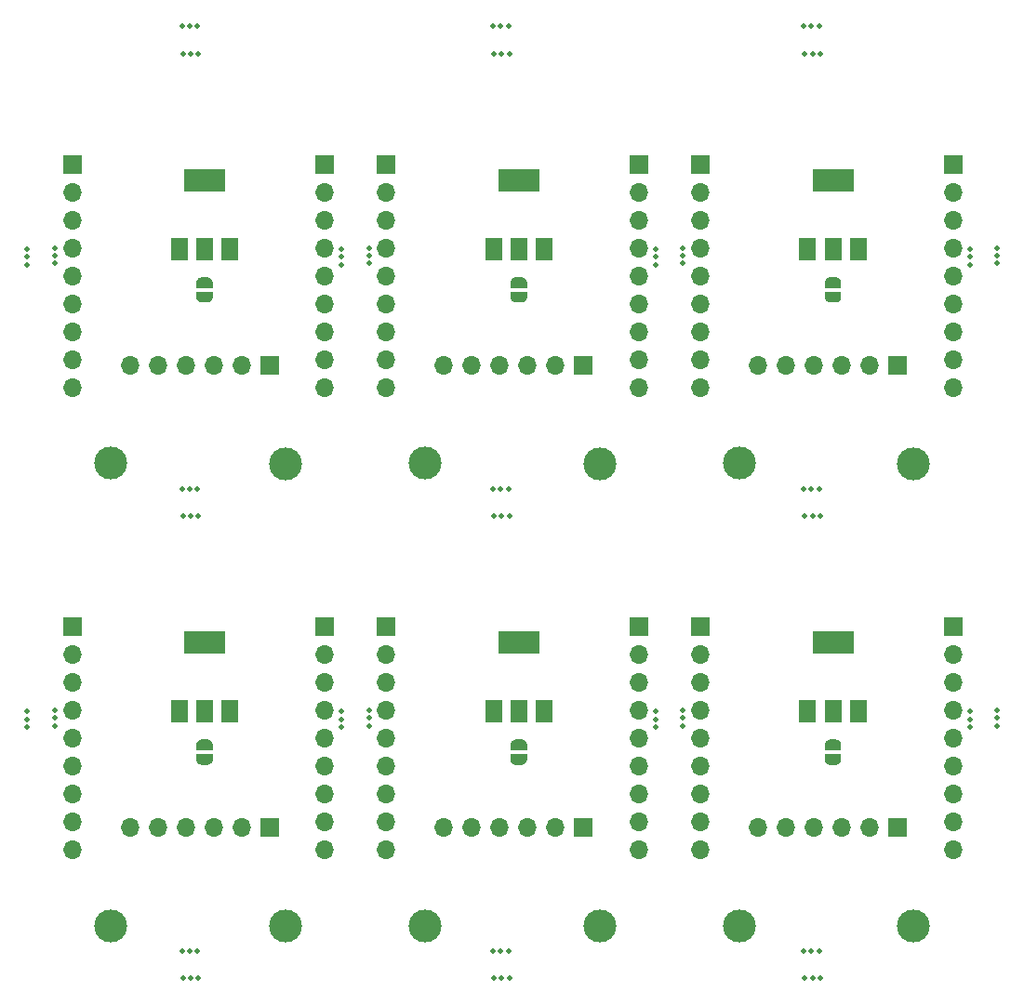
<source format=gbr>
%TF.GenerationSoftware,KiCad,Pcbnew,5.1.9-73d0e3b20d~88~ubuntu18.04.1*%
%TF.CreationDate,2021-11-28T02:45:39+02:00*%
%TF.ProjectId,ESP8266-Breakout-panel,45535038-3236-4362-9d42-7265616b6f75,rev?*%
%TF.SameCoordinates,Original*%
%TF.FileFunction,Soldermask,Bot*%
%TF.FilePolarity,Negative*%
%FSLAX46Y46*%
G04 Gerber Fmt 4.6, Leading zero omitted, Abs format (unit mm)*
G04 Created by KiCad (PCBNEW 5.1.9-73d0e3b20d~88~ubuntu18.04.1) date 2021-11-28 02:45:39*
%MOMM*%
%LPD*%
G01*
G04 APERTURE LIST*
%ADD10C,3.000000*%
%ADD11R,1.500000X2.000000*%
%ADD12R,3.800000X2.000000*%
%ADD13R,1.700000X1.700000*%
%ADD14O,1.700000X1.700000*%
%ADD15C,0.100000*%
%ADD16C,0.500000*%
G04 APERTURE END LIST*
D10*
%TO.C,TP102*%
X187800000Y-133750000D03*
%TD*%
%TO.C,TP102*%
X159200000Y-133750000D03*
%TD*%
%TO.C,TP102*%
X130600000Y-133750000D03*
%TD*%
%TO.C,TP102*%
X187800000Y-91650000D03*
%TD*%
%TO.C,TP102*%
X159200000Y-91650000D03*
%TD*%
D11*
%TO.C,U101*%
X182750000Y-114200000D03*
X178150000Y-114200000D03*
X180450000Y-114200000D03*
D12*
X180450000Y-107900000D03*
%TD*%
D11*
%TO.C,U101*%
X154150000Y-114200000D03*
X149550000Y-114200000D03*
X151850000Y-114200000D03*
D12*
X151850000Y-107900000D03*
%TD*%
D11*
%TO.C,U101*%
X125550000Y-114200000D03*
X120950000Y-114200000D03*
X123250000Y-114200000D03*
D12*
X123250000Y-107900000D03*
%TD*%
D11*
%TO.C,U101*%
X182750000Y-72100000D03*
X178150000Y-72100000D03*
X180450000Y-72100000D03*
D12*
X180450000Y-65800000D03*
%TD*%
D11*
%TO.C,U101*%
X154150000Y-72100000D03*
X149550000Y-72100000D03*
X151850000Y-72100000D03*
D12*
X151850000Y-65800000D03*
%TD*%
D13*
%TO.C,J101*%
X168400000Y-106450000D03*
D14*
X168400000Y-108990000D03*
X168400000Y-111530000D03*
X168400000Y-114070000D03*
X168400000Y-116610000D03*
X168400000Y-119150000D03*
X168400000Y-121690000D03*
X168400000Y-124230000D03*
X168400000Y-126770000D03*
%TD*%
D13*
%TO.C,J101*%
X139800000Y-106450000D03*
D14*
X139800000Y-108990000D03*
X139800000Y-111530000D03*
X139800000Y-114070000D03*
X139800000Y-116610000D03*
X139800000Y-119150000D03*
X139800000Y-121690000D03*
X139800000Y-124230000D03*
X139800000Y-126770000D03*
%TD*%
D13*
%TO.C,J101*%
X111200000Y-106450000D03*
D14*
X111200000Y-108990000D03*
X111200000Y-111530000D03*
X111200000Y-114070000D03*
X111200000Y-116610000D03*
X111200000Y-119150000D03*
X111200000Y-121690000D03*
X111200000Y-124230000D03*
X111200000Y-126770000D03*
%TD*%
D13*
%TO.C,J101*%
X168400000Y-64350000D03*
D14*
X168400000Y-66890000D03*
X168400000Y-69430000D03*
X168400000Y-71970000D03*
X168400000Y-74510000D03*
X168400000Y-77050000D03*
X168400000Y-79590000D03*
X168400000Y-82130000D03*
X168400000Y-84670000D03*
%TD*%
D13*
%TO.C,J101*%
X139800000Y-64350000D03*
D14*
X139800000Y-66890000D03*
X139800000Y-69430000D03*
X139800000Y-71970000D03*
X139800000Y-74510000D03*
X139800000Y-77050000D03*
X139800000Y-79590000D03*
X139800000Y-82130000D03*
X139800000Y-84670000D03*
%TD*%
D15*
%TO.C,JP501*%
G36*
X181200000Y-118050000D02*
G01*
X181200000Y-118550000D01*
X181199398Y-118550000D01*
X181199398Y-118574534D01*
X181194588Y-118623365D01*
X181185016Y-118671490D01*
X181170772Y-118718445D01*
X181151995Y-118763778D01*
X181128864Y-118807051D01*
X181101604Y-118847850D01*
X181070476Y-118885779D01*
X181035779Y-118920476D01*
X180997850Y-118951604D01*
X180957051Y-118978864D01*
X180913778Y-119001995D01*
X180868445Y-119020772D01*
X180821490Y-119035016D01*
X180773365Y-119044588D01*
X180724534Y-119049398D01*
X180700000Y-119049398D01*
X180700000Y-119050000D01*
X180200000Y-119050000D01*
X180200000Y-119049398D01*
X180175466Y-119049398D01*
X180126635Y-119044588D01*
X180078510Y-119035016D01*
X180031555Y-119020772D01*
X179986222Y-119001995D01*
X179942949Y-118978864D01*
X179902150Y-118951604D01*
X179864221Y-118920476D01*
X179829524Y-118885779D01*
X179798396Y-118847850D01*
X179771136Y-118807051D01*
X179748005Y-118763778D01*
X179729228Y-118718445D01*
X179714984Y-118671490D01*
X179705412Y-118623365D01*
X179700602Y-118574534D01*
X179700602Y-118550000D01*
X179700000Y-118550000D01*
X179700000Y-118050000D01*
X181200000Y-118050000D01*
G37*
G36*
X179700602Y-117250000D02*
G01*
X179700602Y-117225466D01*
X179705412Y-117176635D01*
X179714984Y-117128510D01*
X179729228Y-117081555D01*
X179748005Y-117036222D01*
X179771136Y-116992949D01*
X179798396Y-116952150D01*
X179829524Y-116914221D01*
X179864221Y-116879524D01*
X179902150Y-116848396D01*
X179942949Y-116821136D01*
X179986222Y-116798005D01*
X180031555Y-116779228D01*
X180078510Y-116764984D01*
X180126635Y-116755412D01*
X180175466Y-116750602D01*
X180200000Y-116750602D01*
X180200000Y-116750000D01*
X180700000Y-116750000D01*
X180700000Y-116750602D01*
X180724534Y-116750602D01*
X180773365Y-116755412D01*
X180821490Y-116764984D01*
X180868445Y-116779228D01*
X180913778Y-116798005D01*
X180957051Y-116821136D01*
X180997850Y-116848396D01*
X181035779Y-116879524D01*
X181070476Y-116914221D01*
X181101604Y-116952150D01*
X181128864Y-116992949D01*
X181151995Y-117036222D01*
X181170772Y-117081555D01*
X181185016Y-117128510D01*
X181194588Y-117176635D01*
X181199398Y-117225466D01*
X181199398Y-117250000D01*
X181200000Y-117250000D01*
X181200000Y-117750000D01*
X179700000Y-117750000D01*
X179700000Y-117250000D01*
X179700602Y-117250000D01*
G37*
%TD*%
%TO.C,JP501*%
G36*
X152600000Y-118050000D02*
G01*
X152600000Y-118550000D01*
X152599398Y-118550000D01*
X152599398Y-118574534D01*
X152594588Y-118623365D01*
X152585016Y-118671490D01*
X152570772Y-118718445D01*
X152551995Y-118763778D01*
X152528864Y-118807051D01*
X152501604Y-118847850D01*
X152470476Y-118885779D01*
X152435779Y-118920476D01*
X152397850Y-118951604D01*
X152357051Y-118978864D01*
X152313778Y-119001995D01*
X152268445Y-119020772D01*
X152221490Y-119035016D01*
X152173365Y-119044588D01*
X152124534Y-119049398D01*
X152100000Y-119049398D01*
X152100000Y-119050000D01*
X151600000Y-119050000D01*
X151600000Y-119049398D01*
X151575466Y-119049398D01*
X151526635Y-119044588D01*
X151478510Y-119035016D01*
X151431555Y-119020772D01*
X151386222Y-119001995D01*
X151342949Y-118978864D01*
X151302150Y-118951604D01*
X151264221Y-118920476D01*
X151229524Y-118885779D01*
X151198396Y-118847850D01*
X151171136Y-118807051D01*
X151148005Y-118763778D01*
X151129228Y-118718445D01*
X151114984Y-118671490D01*
X151105412Y-118623365D01*
X151100602Y-118574534D01*
X151100602Y-118550000D01*
X151100000Y-118550000D01*
X151100000Y-118050000D01*
X152600000Y-118050000D01*
G37*
G36*
X151100602Y-117250000D02*
G01*
X151100602Y-117225466D01*
X151105412Y-117176635D01*
X151114984Y-117128510D01*
X151129228Y-117081555D01*
X151148005Y-117036222D01*
X151171136Y-116992949D01*
X151198396Y-116952150D01*
X151229524Y-116914221D01*
X151264221Y-116879524D01*
X151302150Y-116848396D01*
X151342949Y-116821136D01*
X151386222Y-116798005D01*
X151431555Y-116779228D01*
X151478510Y-116764984D01*
X151526635Y-116755412D01*
X151575466Y-116750602D01*
X151600000Y-116750602D01*
X151600000Y-116750000D01*
X152100000Y-116750000D01*
X152100000Y-116750602D01*
X152124534Y-116750602D01*
X152173365Y-116755412D01*
X152221490Y-116764984D01*
X152268445Y-116779228D01*
X152313778Y-116798005D01*
X152357051Y-116821136D01*
X152397850Y-116848396D01*
X152435779Y-116879524D01*
X152470476Y-116914221D01*
X152501604Y-116952150D01*
X152528864Y-116992949D01*
X152551995Y-117036222D01*
X152570772Y-117081555D01*
X152585016Y-117128510D01*
X152594588Y-117176635D01*
X152599398Y-117225466D01*
X152599398Y-117250000D01*
X152600000Y-117250000D01*
X152600000Y-117750000D01*
X151100000Y-117750000D01*
X151100000Y-117250000D01*
X151100602Y-117250000D01*
G37*
%TD*%
%TO.C,JP501*%
G36*
X124000000Y-118050000D02*
G01*
X124000000Y-118550000D01*
X123999398Y-118550000D01*
X123999398Y-118574534D01*
X123994588Y-118623365D01*
X123985016Y-118671490D01*
X123970772Y-118718445D01*
X123951995Y-118763778D01*
X123928864Y-118807051D01*
X123901604Y-118847850D01*
X123870476Y-118885779D01*
X123835779Y-118920476D01*
X123797850Y-118951604D01*
X123757051Y-118978864D01*
X123713778Y-119001995D01*
X123668445Y-119020772D01*
X123621490Y-119035016D01*
X123573365Y-119044588D01*
X123524534Y-119049398D01*
X123500000Y-119049398D01*
X123500000Y-119050000D01*
X123000000Y-119050000D01*
X123000000Y-119049398D01*
X122975466Y-119049398D01*
X122926635Y-119044588D01*
X122878510Y-119035016D01*
X122831555Y-119020772D01*
X122786222Y-119001995D01*
X122742949Y-118978864D01*
X122702150Y-118951604D01*
X122664221Y-118920476D01*
X122629524Y-118885779D01*
X122598396Y-118847850D01*
X122571136Y-118807051D01*
X122548005Y-118763778D01*
X122529228Y-118718445D01*
X122514984Y-118671490D01*
X122505412Y-118623365D01*
X122500602Y-118574534D01*
X122500602Y-118550000D01*
X122500000Y-118550000D01*
X122500000Y-118050000D01*
X124000000Y-118050000D01*
G37*
G36*
X122500602Y-117250000D02*
G01*
X122500602Y-117225466D01*
X122505412Y-117176635D01*
X122514984Y-117128510D01*
X122529228Y-117081555D01*
X122548005Y-117036222D01*
X122571136Y-116992949D01*
X122598396Y-116952150D01*
X122629524Y-116914221D01*
X122664221Y-116879524D01*
X122702150Y-116848396D01*
X122742949Y-116821136D01*
X122786222Y-116798005D01*
X122831555Y-116779228D01*
X122878510Y-116764984D01*
X122926635Y-116755412D01*
X122975466Y-116750602D01*
X123000000Y-116750602D01*
X123000000Y-116750000D01*
X123500000Y-116750000D01*
X123500000Y-116750602D01*
X123524534Y-116750602D01*
X123573365Y-116755412D01*
X123621490Y-116764984D01*
X123668445Y-116779228D01*
X123713778Y-116798005D01*
X123757051Y-116821136D01*
X123797850Y-116848396D01*
X123835779Y-116879524D01*
X123870476Y-116914221D01*
X123901604Y-116952150D01*
X123928864Y-116992949D01*
X123951995Y-117036222D01*
X123970772Y-117081555D01*
X123985016Y-117128510D01*
X123994588Y-117176635D01*
X123999398Y-117225466D01*
X123999398Y-117250000D01*
X124000000Y-117250000D01*
X124000000Y-117750000D01*
X122500000Y-117750000D01*
X122500000Y-117250000D01*
X122500602Y-117250000D01*
G37*
%TD*%
%TO.C,JP501*%
G36*
X181200000Y-75950000D02*
G01*
X181200000Y-76450000D01*
X181199398Y-76450000D01*
X181199398Y-76474534D01*
X181194588Y-76523365D01*
X181185016Y-76571490D01*
X181170772Y-76618445D01*
X181151995Y-76663778D01*
X181128864Y-76707051D01*
X181101604Y-76747850D01*
X181070476Y-76785779D01*
X181035779Y-76820476D01*
X180997850Y-76851604D01*
X180957051Y-76878864D01*
X180913778Y-76901995D01*
X180868445Y-76920772D01*
X180821490Y-76935016D01*
X180773365Y-76944588D01*
X180724534Y-76949398D01*
X180700000Y-76949398D01*
X180700000Y-76950000D01*
X180200000Y-76950000D01*
X180200000Y-76949398D01*
X180175466Y-76949398D01*
X180126635Y-76944588D01*
X180078510Y-76935016D01*
X180031555Y-76920772D01*
X179986222Y-76901995D01*
X179942949Y-76878864D01*
X179902150Y-76851604D01*
X179864221Y-76820476D01*
X179829524Y-76785779D01*
X179798396Y-76747850D01*
X179771136Y-76707051D01*
X179748005Y-76663778D01*
X179729228Y-76618445D01*
X179714984Y-76571490D01*
X179705412Y-76523365D01*
X179700602Y-76474534D01*
X179700602Y-76450000D01*
X179700000Y-76450000D01*
X179700000Y-75950000D01*
X181200000Y-75950000D01*
G37*
G36*
X179700602Y-75150000D02*
G01*
X179700602Y-75125466D01*
X179705412Y-75076635D01*
X179714984Y-75028510D01*
X179729228Y-74981555D01*
X179748005Y-74936222D01*
X179771136Y-74892949D01*
X179798396Y-74852150D01*
X179829524Y-74814221D01*
X179864221Y-74779524D01*
X179902150Y-74748396D01*
X179942949Y-74721136D01*
X179986222Y-74698005D01*
X180031555Y-74679228D01*
X180078510Y-74664984D01*
X180126635Y-74655412D01*
X180175466Y-74650602D01*
X180200000Y-74650602D01*
X180200000Y-74650000D01*
X180700000Y-74650000D01*
X180700000Y-74650602D01*
X180724534Y-74650602D01*
X180773365Y-74655412D01*
X180821490Y-74664984D01*
X180868445Y-74679228D01*
X180913778Y-74698005D01*
X180957051Y-74721136D01*
X180997850Y-74748396D01*
X181035779Y-74779524D01*
X181070476Y-74814221D01*
X181101604Y-74852150D01*
X181128864Y-74892949D01*
X181151995Y-74936222D01*
X181170772Y-74981555D01*
X181185016Y-75028510D01*
X181194588Y-75076635D01*
X181199398Y-75125466D01*
X181199398Y-75150000D01*
X181200000Y-75150000D01*
X181200000Y-75650000D01*
X179700000Y-75650000D01*
X179700000Y-75150000D01*
X179700602Y-75150000D01*
G37*
%TD*%
%TO.C,JP501*%
G36*
X152600000Y-75950000D02*
G01*
X152600000Y-76450000D01*
X152599398Y-76450000D01*
X152599398Y-76474534D01*
X152594588Y-76523365D01*
X152585016Y-76571490D01*
X152570772Y-76618445D01*
X152551995Y-76663778D01*
X152528864Y-76707051D01*
X152501604Y-76747850D01*
X152470476Y-76785779D01*
X152435779Y-76820476D01*
X152397850Y-76851604D01*
X152357051Y-76878864D01*
X152313778Y-76901995D01*
X152268445Y-76920772D01*
X152221490Y-76935016D01*
X152173365Y-76944588D01*
X152124534Y-76949398D01*
X152100000Y-76949398D01*
X152100000Y-76950000D01*
X151600000Y-76950000D01*
X151600000Y-76949398D01*
X151575466Y-76949398D01*
X151526635Y-76944588D01*
X151478510Y-76935016D01*
X151431555Y-76920772D01*
X151386222Y-76901995D01*
X151342949Y-76878864D01*
X151302150Y-76851604D01*
X151264221Y-76820476D01*
X151229524Y-76785779D01*
X151198396Y-76747850D01*
X151171136Y-76707051D01*
X151148005Y-76663778D01*
X151129228Y-76618445D01*
X151114984Y-76571490D01*
X151105412Y-76523365D01*
X151100602Y-76474534D01*
X151100602Y-76450000D01*
X151100000Y-76450000D01*
X151100000Y-75950000D01*
X152600000Y-75950000D01*
G37*
G36*
X151100602Y-75150000D02*
G01*
X151100602Y-75125466D01*
X151105412Y-75076635D01*
X151114984Y-75028510D01*
X151129228Y-74981555D01*
X151148005Y-74936222D01*
X151171136Y-74892949D01*
X151198396Y-74852150D01*
X151229524Y-74814221D01*
X151264221Y-74779524D01*
X151302150Y-74748396D01*
X151342949Y-74721136D01*
X151386222Y-74698005D01*
X151431555Y-74679228D01*
X151478510Y-74664984D01*
X151526635Y-74655412D01*
X151575466Y-74650602D01*
X151600000Y-74650602D01*
X151600000Y-74650000D01*
X152100000Y-74650000D01*
X152100000Y-74650602D01*
X152124534Y-74650602D01*
X152173365Y-74655412D01*
X152221490Y-74664984D01*
X152268445Y-74679228D01*
X152313778Y-74698005D01*
X152357051Y-74721136D01*
X152397850Y-74748396D01*
X152435779Y-74779524D01*
X152470476Y-74814221D01*
X152501604Y-74852150D01*
X152528864Y-74892949D01*
X152551995Y-74936222D01*
X152570772Y-74981555D01*
X152585016Y-75028510D01*
X152594588Y-75076635D01*
X152599398Y-75125466D01*
X152599398Y-75150000D01*
X152600000Y-75150000D01*
X152600000Y-75650000D01*
X151100000Y-75650000D01*
X151100000Y-75150000D01*
X151100602Y-75150000D01*
G37*
%TD*%
D10*
%TO.C,TP101*%
X171900000Y-133700000D03*
%TD*%
%TO.C,TP101*%
X143300000Y-133700000D03*
%TD*%
%TO.C,TP101*%
X114700000Y-133700000D03*
%TD*%
%TO.C,TP101*%
X171900000Y-91600000D03*
%TD*%
%TO.C,TP101*%
X143300000Y-91600000D03*
%TD*%
D14*
%TO.C,J102*%
X191400000Y-126770000D03*
X191400000Y-124230000D03*
X191400000Y-121690000D03*
X191400000Y-119150000D03*
X191400000Y-116610000D03*
X191400000Y-114070000D03*
X191400000Y-111530000D03*
X191400000Y-108990000D03*
D13*
X191400000Y-106450000D03*
%TD*%
D14*
%TO.C,J102*%
X162800000Y-126770000D03*
X162800000Y-124230000D03*
X162800000Y-121690000D03*
X162800000Y-119150000D03*
X162800000Y-116610000D03*
X162800000Y-114070000D03*
X162800000Y-111530000D03*
X162800000Y-108990000D03*
D13*
X162800000Y-106450000D03*
%TD*%
D14*
%TO.C,J102*%
X134200000Y-126770000D03*
X134200000Y-124230000D03*
X134200000Y-121690000D03*
X134200000Y-119150000D03*
X134200000Y-116610000D03*
X134200000Y-114070000D03*
X134200000Y-111530000D03*
X134200000Y-108990000D03*
D13*
X134200000Y-106450000D03*
%TD*%
D14*
%TO.C,J102*%
X191400000Y-84670000D03*
X191400000Y-82130000D03*
X191400000Y-79590000D03*
X191400000Y-77050000D03*
X191400000Y-74510000D03*
X191400000Y-71970000D03*
X191400000Y-69430000D03*
X191400000Y-66890000D03*
D13*
X191400000Y-64350000D03*
%TD*%
D14*
%TO.C,J102*%
X162800000Y-84670000D03*
X162800000Y-82130000D03*
X162800000Y-79590000D03*
X162800000Y-77050000D03*
X162800000Y-74510000D03*
X162800000Y-71970000D03*
X162800000Y-69430000D03*
X162800000Y-66890000D03*
D13*
X162800000Y-64350000D03*
%TD*%
D14*
%TO.C,J501*%
X173650000Y-124800000D03*
X176190000Y-124800000D03*
X178730000Y-124800000D03*
X181270000Y-124800000D03*
X183810000Y-124800000D03*
D13*
X186350000Y-124800000D03*
%TD*%
D14*
%TO.C,J501*%
X145050000Y-124800000D03*
X147590000Y-124800000D03*
X150130000Y-124800000D03*
X152670000Y-124800000D03*
X155210000Y-124800000D03*
D13*
X157750000Y-124800000D03*
%TD*%
D14*
%TO.C,J501*%
X116450000Y-124800000D03*
X118990000Y-124800000D03*
X121530000Y-124800000D03*
X124070000Y-124800000D03*
X126610000Y-124800000D03*
D13*
X129150000Y-124800000D03*
%TD*%
D14*
%TO.C,J501*%
X173650000Y-82700000D03*
X176190000Y-82700000D03*
X178730000Y-82700000D03*
X181270000Y-82700000D03*
X183810000Y-82700000D03*
D13*
X186350000Y-82700000D03*
%TD*%
D14*
%TO.C,J501*%
X145050000Y-82700000D03*
X147590000Y-82700000D03*
X150130000Y-82700000D03*
X152670000Y-82700000D03*
X155210000Y-82700000D03*
D13*
X157750000Y-82700000D03*
%TD*%
%TO.C,J501*%
X129150000Y-82700000D03*
D14*
X126610000Y-82700000D03*
X124070000Y-82700000D03*
X121530000Y-82700000D03*
X118990000Y-82700000D03*
X116450000Y-82700000D03*
%TD*%
D10*
%TO.C,TP102*%
X130600000Y-91650000D03*
%TD*%
D14*
%TO.C,J101*%
X111200000Y-84670000D03*
X111200000Y-82130000D03*
X111200000Y-79590000D03*
X111200000Y-77050000D03*
X111200000Y-74510000D03*
X111200000Y-71970000D03*
X111200000Y-69430000D03*
X111200000Y-66890000D03*
D13*
X111200000Y-64350000D03*
%TD*%
D10*
%TO.C,TP101*%
X114700000Y-91600000D03*
%TD*%
D13*
%TO.C,J102*%
X134200000Y-64350000D03*
D14*
X134200000Y-66890000D03*
X134200000Y-69430000D03*
X134200000Y-71970000D03*
X134200000Y-74510000D03*
X134200000Y-77050000D03*
X134200000Y-79590000D03*
X134200000Y-82130000D03*
X134200000Y-84670000D03*
%TD*%
D15*
%TO.C,JP501*%
G36*
X122500602Y-75150000D02*
G01*
X122500602Y-75125466D01*
X122505412Y-75076635D01*
X122514984Y-75028510D01*
X122529228Y-74981555D01*
X122548005Y-74936222D01*
X122571136Y-74892949D01*
X122598396Y-74852150D01*
X122629524Y-74814221D01*
X122664221Y-74779524D01*
X122702150Y-74748396D01*
X122742949Y-74721136D01*
X122786222Y-74698005D01*
X122831555Y-74679228D01*
X122878510Y-74664984D01*
X122926635Y-74655412D01*
X122975466Y-74650602D01*
X123000000Y-74650602D01*
X123000000Y-74650000D01*
X123500000Y-74650000D01*
X123500000Y-74650602D01*
X123524534Y-74650602D01*
X123573365Y-74655412D01*
X123621490Y-74664984D01*
X123668445Y-74679228D01*
X123713778Y-74698005D01*
X123757051Y-74721136D01*
X123797850Y-74748396D01*
X123835779Y-74779524D01*
X123870476Y-74814221D01*
X123901604Y-74852150D01*
X123928864Y-74892949D01*
X123951995Y-74936222D01*
X123970772Y-74981555D01*
X123985016Y-75028510D01*
X123994588Y-75076635D01*
X123999398Y-75125466D01*
X123999398Y-75150000D01*
X124000000Y-75150000D01*
X124000000Y-75650000D01*
X122500000Y-75650000D01*
X122500000Y-75150000D01*
X122500602Y-75150000D01*
G37*
G36*
X124000000Y-75950000D02*
G01*
X124000000Y-76450000D01*
X123999398Y-76450000D01*
X123999398Y-76474534D01*
X123994588Y-76523365D01*
X123985016Y-76571490D01*
X123970772Y-76618445D01*
X123951995Y-76663778D01*
X123928864Y-76707051D01*
X123901604Y-76747850D01*
X123870476Y-76785779D01*
X123835779Y-76820476D01*
X123797850Y-76851604D01*
X123757051Y-76878864D01*
X123713778Y-76901995D01*
X123668445Y-76920772D01*
X123621490Y-76935016D01*
X123573365Y-76944588D01*
X123524534Y-76949398D01*
X123500000Y-76949398D01*
X123500000Y-76950000D01*
X123000000Y-76950000D01*
X123000000Y-76949398D01*
X122975466Y-76949398D01*
X122926635Y-76944588D01*
X122878510Y-76935016D01*
X122831555Y-76920772D01*
X122786222Y-76901995D01*
X122742949Y-76878864D01*
X122702150Y-76851604D01*
X122664221Y-76820476D01*
X122629524Y-76785779D01*
X122598396Y-76747850D01*
X122571136Y-76707051D01*
X122548005Y-76663778D01*
X122529228Y-76618445D01*
X122514984Y-76571490D01*
X122505412Y-76523365D01*
X122500602Y-76474534D01*
X122500602Y-76450000D01*
X122500000Y-76450000D01*
X122500000Y-75950000D01*
X124000000Y-75950000D01*
G37*
%TD*%
D12*
%TO.C,U101*%
X123250000Y-65800000D03*
D11*
X123250000Y-72100000D03*
X120950000Y-72100000D03*
X125550000Y-72100000D03*
%TD*%
D16*
%TO.C,REF\u002A\u002A*%
X195400000Y-115500000D03*
%TD*%
%TO.C,REF\u002A\u002A*%
X166800000Y-115500000D03*
%TD*%
%TO.C,REF\u002A\u002A*%
X138200000Y-115500000D03*
%TD*%
%TO.C,REF\u002A\u002A*%
X109600000Y-115500000D03*
%TD*%
%TO.C,REF\u002A\u002A*%
X195400000Y-73400000D03*
%TD*%
%TO.C,REF\u002A\u002A*%
X166800000Y-73400000D03*
%TD*%
%TO.C,REF\u002A\u002A*%
X138200000Y-73400000D03*
%TD*%
%TO.C,REF\u002A\u002A*%
X192900000Y-115600000D03*
%TD*%
%TO.C,REF\u002A\u002A*%
X164300000Y-115600000D03*
%TD*%
%TO.C,REF\u002A\u002A*%
X135700000Y-115600000D03*
%TD*%
%TO.C,REF\u002A\u002A*%
X107100000Y-115600000D03*
%TD*%
%TO.C,REF\u002A\u002A*%
X192900000Y-73500000D03*
%TD*%
%TO.C,REF\u002A\u002A*%
X164300000Y-73500000D03*
%TD*%
%TO.C,REF\u002A\u002A*%
X135700000Y-73500000D03*
%TD*%
%TO.C,REF\u002A\u002A*%
X192900000Y-114900000D03*
%TD*%
%TO.C,REF\u002A\u002A*%
X164300000Y-114900000D03*
%TD*%
%TO.C,REF\u002A\u002A*%
X135700000Y-114900000D03*
%TD*%
%TO.C,REF\u002A\u002A*%
X107100000Y-114900000D03*
%TD*%
%TO.C,REF\u002A\u002A*%
X192900000Y-72800000D03*
%TD*%
%TO.C,REF\u002A\u002A*%
X164300000Y-72800000D03*
%TD*%
%TO.C,REF\u002A\u002A*%
X135700000Y-72800000D03*
%TD*%
%TO.C,REF\u002A\u002A*%
X192900000Y-114200000D03*
%TD*%
%TO.C,REF\u002A\u002A*%
X164300000Y-114200000D03*
%TD*%
%TO.C,REF\u002A\u002A*%
X135700000Y-114200000D03*
%TD*%
%TO.C,REF\u002A\u002A*%
X107100000Y-114200000D03*
%TD*%
%TO.C,REF\u002A\u002A*%
X192900000Y-72100000D03*
%TD*%
%TO.C,REF\u002A\u002A*%
X164300000Y-72100000D03*
%TD*%
%TO.C,REF\u002A\u002A*%
X135700000Y-72100000D03*
%TD*%
%TO.C,REF\u002A\u002A*%
X195400000Y-114100000D03*
%TD*%
%TO.C,REF\u002A\u002A*%
X166800000Y-114100000D03*
%TD*%
%TO.C,REF\u002A\u002A*%
X138200000Y-114100000D03*
%TD*%
%TO.C,REF\u002A\u002A*%
X109600000Y-114100000D03*
%TD*%
%TO.C,REF\u002A\u002A*%
X195400000Y-72000000D03*
%TD*%
%TO.C,REF\u002A\u002A*%
X166800000Y-72000000D03*
%TD*%
%TO.C,REF\u002A\u002A*%
X138200000Y-72000000D03*
%TD*%
%TO.C,REF\u002A\u002A*%
X195400000Y-114800000D03*
%TD*%
%TO.C,REF\u002A\u002A*%
X166800000Y-114800000D03*
%TD*%
%TO.C,REF\u002A\u002A*%
X138200000Y-114800000D03*
%TD*%
%TO.C,REF\u002A\u002A*%
X109600000Y-114800000D03*
%TD*%
%TO.C,REF\u002A\u002A*%
X195400000Y-72700000D03*
%TD*%
%TO.C,REF\u002A\u002A*%
X166800000Y-72700000D03*
%TD*%
%TO.C,REF\u002A\u002A*%
X138200000Y-72700000D03*
%TD*%
%TO.C,REF\u002A\u002A*%
X109600000Y-72700000D03*
%TD*%
%TO.C,REF\u002A\u002A*%
X109600000Y-72000000D03*
%TD*%
%TO.C,REF\u002A\u002A*%
X107100000Y-72800000D03*
%TD*%
%TO.C,REF\u002A\u002A*%
X107100000Y-72100000D03*
%TD*%
%TO.C,REF\u002A\u002A*%
X107100000Y-73500000D03*
%TD*%
%TO.C,REF\u002A\u002A*%
X109600000Y-73400000D03*
%TD*%
%TO.C,REF\u002A\u002A*%
X178600000Y-138500000D03*
%TD*%
%TO.C,REF\u002A\u002A*%
X150300000Y-138500000D03*
%TD*%
%TO.C,REF\u002A\u002A*%
X122000000Y-138500000D03*
%TD*%
%TO.C,REF\u002A\u002A*%
X178600000Y-96400000D03*
%TD*%
%TO.C,REF\u002A\u002A*%
X150300000Y-96400000D03*
%TD*%
%TO.C,REF\u002A\u002A*%
X122000000Y-96400000D03*
%TD*%
%TO.C,REF\u002A\u002A*%
X178600000Y-54300000D03*
%TD*%
%TO.C,REF\u002A\u002A*%
X150300000Y-54300000D03*
%TD*%
%TO.C,REF\u002A\u002A*%
X179300000Y-138500000D03*
%TD*%
%TO.C,REF\u002A\u002A*%
X151000000Y-138500000D03*
%TD*%
%TO.C,REF\u002A\u002A*%
X122700000Y-138500000D03*
%TD*%
%TO.C,REF\u002A\u002A*%
X179300000Y-96400000D03*
%TD*%
%TO.C,REF\u002A\u002A*%
X151000000Y-96400000D03*
%TD*%
%TO.C,REF\u002A\u002A*%
X122700000Y-96400000D03*
%TD*%
%TO.C,REF\u002A\u002A*%
X179300000Y-54300000D03*
%TD*%
%TO.C,REF\u002A\u002A*%
X151000000Y-54300000D03*
%TD*%
%TO.C,REF\u002A\u002A*%
X178500000Y-136000000D03*
%TD*%
%TO.C,REF\u002A\u002A*%
X150200000Y-136000000D03*
%TD*%
%TO.C,REF\u002A\u002A*%
X121900000Y-136000000D03*
%TD*%
%TO.C,REF\u002A\u002A*%
X178500000Y-93900000D03*
%TD*%
%TO.C,REF\u002A\u002A*%
X150200000Y-93900000D03*
%TD*%
%TO.C,REF\u002A\u002A*%
X121900000Y-93900000D03*
%TD*%
%TO.C,REF\u002A\u002A*%
X178500000Y-51800000D03*
%TD*%
%TO.C,REF\u002A\u002A*%
X150200000Y-51800000D03*
%TD*%
%TO.C,REF\u002A\u002A*%
X179200000Y-136000000D03*
%TD*%
%TO.C,REF\u002A\u002A*%
X150900000Y-136000000D03*
%TD*%
%TO.C,REF\u002A\u002A*%
X122600000Y-136000000D03*
%TD*%
%TO.C,REF\u002A\u002A*%
X179200000Y-93900000D03*
%TD*%
%TO.C,REF\u002A\u002A*%
X150900000Y-93900000D03*
%TD*%
%TO.C,REF\u002A\u002A*%
X122600000Y-93900000D03*
%TD*%
%TO.C,REF\u002A\u002A*%
X179200000Y-51800000D03*
%TD*%
%TO.C,REF\u002A\u002A*%
X150900000Y-51800000D03*
%TD*%
%TO.C,REF\u002A\u002A*%
X177800000Y-136000000D03*
%TD*%
%TO.C,REF\u002A\u002A*%
X149500000Y-136000000D03*
%TD*%
%TO.C,REF\u002A\u002A*%
X121200000Y-136000000D03*
%TD*%
%TO.C,REF\u002A\u002A*%
X177800000Y-93900000D03*
%TD*%
%TO.C,REF\u002A\u002A*%
X149500000Y-93900000D03*
%TD*%
%TO.C,REF\u002A\u002A*%
X121200000Y-93900000D03*
%TD*%
%TO.C,REF\u002A\u002A*%
X177800000Y-51800000D03*
%TD*%
%TO.C,REF\u002A\u002A*%
X149500000Y-51800000D03*
%TD*%
%TO.C,REF\u002A\u002A*%
X177900000Y-138500000D03*
%TD*%
%TO.C,REF\u002A\u002A*%
X149600000Y-138500000D03*
%TD*%
%TO.C,REF\u002A\u002A*%
X121300000Y-138500000D03*
%TD*%
%TO.C,REF\u002A\u002A*%
X177900000Y-96400000D03*
%TD*%
%TO.C,REF\u002A\u002A*%
X149600000Y-96400000D03*
%TD*%
%TO.C,REF\u002A\u002A*%
X121300000Y-96400000D03*
%TD*%
%TO.C,REF\u002A\u002A*%
X177900000Y-54300000D03*
%TD*%
%TO.C,REF\u002A\u002A*%
X149600000Y-54300000D03*
%TD*%
%TO.C,REF\u002A\u002A*%
X122000000Y-54300000D03*
%TD*%
%TO.C,REF\u002A\u002A*%
X122700000Y-54300000D03*
%TD*%
%TO.C,REF\u002A\u002A*%
X121300000Y-54300000D03*
%TD*%
%TO.C,REF\u002A\u002A*%
X122600000Y-51800000D03*
%TD*%
%TO.C,REF\u002A\u002A*%
X121900000Y-51800000D03*
%TD*%
%TO.C,REF\u002A\u002A*%
X121200000Y-51800000D03*
%TD*%
M02*

</source>
